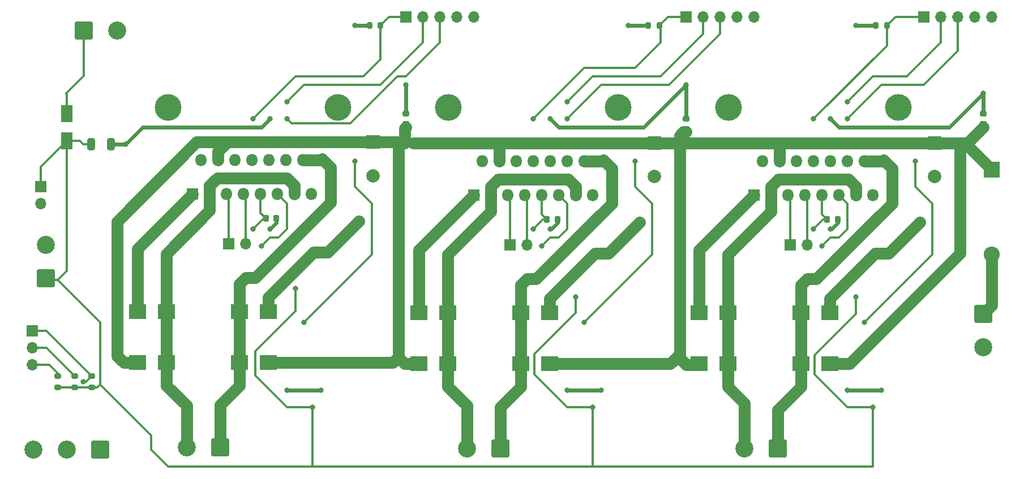
<source format=gbr>
%TF.GenerationSoftware,KiCad,Pcbnew,6.0.2+dfsg-1*%
%TF.CreationDate,2023-11-28T02:04:46+03:00*%
%TF.ProjectId,servodriver,73657276-6f64-4726-9976-65722e6b6963,rev?*%
%TF.SameCoordinates,Original*%
%TF.FileFunction,Copper,L1,Top*%
%TF.FilePolarity,Positive*%
%FSLAX46Y46*%
G04 Gerber Fmt 4.6, Leading zero omitted, Abs format (unit mm)*
G04 Created by KiCad (PCBNEW 6.0.2+dfsg-1) date 2023-11-28 02:04:46*
%MOMM*%
%LPD*%
G01*
G04 APERTURE LIST*
G04 Aperture macros list*
%AMRoundRect*
0 Rectangle with rounded corners*
0 $1 Rounding radius*
0 $2 $3 $4 $5 $6 $7 $8 $9 X,Y pos of 4 corners*
0 Add a 4 corners polygon primitive as box body*
4,1,4,$2,$3,$4,$5,$6,$7,$8,$9,$2,$3,0*
0 Add four circle primitives for the rounded corners*
1,1,$1+$1,$2,$3*
1,1,$1+$1,$4,$5*
1,1,$1+$1,$6,$7*
1,1,$1+$1,$8,$9*
0 Add four rect primitives between the rounded corners*
20,1,$1+$1,$2,$3,$4,$5,0*
20,1,$1+$1,$4,$5,$6,$7,0*
20,1,$1+$1,$6,$7,$8,$9,0*
20,1,$1+$1,$8,$9,$2,$3,0*%
G04 Aperture macros list end*
%TA.AperFunction,ComponentPad*%
%ADD10C,4.000000*%
%TD*%
%TA.AperFunction,SMDPad,CuDef*%
%ADD11RoundRect,0.200000X0.200000X0.275000X-0.200000X0.275000X-0.200000X-0.275000X0.200000X-0.275000X0*%
%TD*%
%TA.AperFunction,ComponentPad*%
%ADD12R,2.000000X2.000000*%
%TD*%
%TA.AperFunction,ComponentPad*%
%ADD13C,2.000000*%
%TD*%
%TA.AperFunction,SMDPad,CuDef*%
%ADD14RoundRect,0.225000X-0.225000X-0.250000X0.225000X-0.250000X0.225000X0.250000X-0.225000X0.250000X0*%
%TD*%
%TA.AperFunction,SMDPad,CuDef*%
%ADD15R,2.500000X2.300000*%
%TD*%
%TA.AperFunction,ComponentPad*%
%ADD16R,1.700000X1.700000*%
%TD*%
%TA.AperFunction,ComponentPad*%
%ADD17O,1.700000X1.700000*%
%TD*%
%TA.AperFunction,ComponentPad*%
%ADD18RoundRect,0.250001X-1.099999X1.099999X-1.099999X-1.099999X1.099999X-1.099999X1.099999X1.099999X0*%
%TD*%
%TA.AperFunction,ComponentPad*%
%ADD19C,2.700000*%
%TD*%
%TA.AperFunction,ComponentPad*%
%ADD20RoundRect,0.250001X-1.099999X-1.099999X1.099999X-1.099999X1.099999X1.099999X-1.099999X1.099999X0*%
%TD*%
%TA.AperFunction,ComponentPad*%
%ADD21R,2.400000X2.400000*%
%TD*%
%TA.AperFunction,ComponentPad*%
%ADD22O,2.400000X2.400000*%
%TD*%
%TA.AperFunction,ComponentPad*%
%ADD23RoundRect,0.250001X1.099999X1.099999X-1.099999X1.099999X-1.099999X-1.099999X1.099999X-1.099999X0*%
%TD*%
%TA.AperFunction,ComponentPad*%
%ADD24R,1.800000X1.800000*%
%TD*%
%TA.AperFunction,ComponentPad*%
%ADD25O,1.800000X1.800000*%
%TD*%
%TA.AperFunction,SMDPad,CuDef*%
%ADD26RoundRect,0.200000X0.275000X-0.200000X0.275000X0.200000X-0.275000X0.200000X-0.275000X-0.200000X0*%
%TD*%
%TA.AperFunction,ComponentPad*%
%ADD27RoundRect,0.250001X1.099999X-1.099999X1.099999X1.099999X-1.099999X1.099999X-1.099999X-1.099999X0*%
%TD*%
%TA.AperFunction,SMDPad,CuDef*%
%ADD28RoundRect,0.250000X-0.325000X-0.650000X0.325000X-0.650000X0.325000X0.650000X-0.325000X0.650000X0*%
%TD*%
%TA.AperFunction,SMDPad,CuDef*%
%ADD29RoundRect,0.225000X0.250000X-0.225000X0.250000X0.225000X-0.250000X0.225000X-0.250000X-0.225000X0*%
%TD*%
%TA.AperFunction,SMDPad,CuDef*%
%ADD30R,1.800000X2.500000*%
%TD*%
%TA.AperFunction,ViaPad*%
%ADD31C,0.800000*%
%TD*%
%TA.AperFunction,Conductor*%
%ADD32C,0.300000*%
%TD*%
%TA.AperFunction,Conductor*%
%ADD33C,0.600000*%
%TD*%
%TA.AperFunction,Conductor*%
%ADD34C,1.800000*%
%TD*%
G04 APERTURE END LIST*
D10*
%TO.P,REF\u002A\u002A,1*%
%TO.N,N/C*%
X210820000Y-55420000D03*
%TO.P,REF\u002A\u002A,2*%
X185420000Y-55420000D03*
%TD*%
%TO.P,REF\u002A\u002A,1*%
%TO.N,N/C*%
X168910000Y-55420000D03*
%TO.P,REF\u002A\u002A,2*%
X143510000Y-55420000D03*
%TD*%
%TO.P,REF\u002A\u002A,1*%
%TO.N,N/C*%
X127000000Y-55420000D03*
%TO.P,REF\u002A\u002A,2*%
X101600000Y-55420000D03*
%TD*%
D11*
%TO.P,R20,1*%
%TO.N,/En2*%
X133350000Y-43155000D03*
%TO.P,R20,2*%
%TO.N,GND*%
X131700000Y-43155000D03*
%TD*%
D12*
%TO.P,C6,1*%
%TO.N,+36V*%
X174274646Y-60800000D03*
D13*
%TO.P,C6,2*%
%TO.N,GND*%
X174274646Y-65800000D03*
%TD*%
D14*
%TO.P,C3,1*%
%TO.N,+5V*%
X158259646Y-72230000D03*
%TO.P,C3,2*%
%TO.N,GND*%
X159809646Y-72230000D03*
%TD*%
D15*
%TO.P,D4,1,K*%
%TO.N,+36V*%
X158644646Y-93820000D03*
%TO.P,D4,2,A*%
%TO.N,/Out1_1*%
X154344646Y-93820000D03*
%TD*%
D16*
%TO.P,J14,1,Pin_1*%
%TO.N,/In3_1*%
X194594646Y-76040000D03*
D17*
%TO.P,J14,2,Pin_2*%
%TO.N,/In3_2*%
X197134646Y-76040000D03*
%TD*%
D16*
%TO.P,J10,1,Pin_1*%
%TO.N,/En3*%
X214630000Y-41910000D03*
D17*
%TO.P,J10,2,Pin_2*%
%TO.N,/In3_1*%
X217170000Y-41910000D03*
%TO.P,J10,3,Pin_3*%
%TO.N,/In3_2*%
X219710000Y-41910000D03*
%TO.P,J10,4,Pin_4*%
%TO.N,GND*%
X222250000Y-41910000D03*
%TO.P,J10,5,Pin_5*%
%TO.N,/Sense3*%
X224790000Y-41910000D03*
%TD*%
D15*
%TO.P,D16,1,K*%
%TO.N,+36V*%
X97051365Y-93679511D03*
%TO.P,D16,2,A*%
%TO.N,/Out2_2*%
X101351365Y-93679511D03*
%TD*%
D18*
%TO.P,J4,1,Pin_1*%
%TO.N,Net-(D1-Pad2)*%
X223520000Y-86360000D03*
D19*
%TO.P,J4,2,Pin_2*%
%TO.N,GND*%
X223520000Y-91360000D03*
%TD*%
D15*
%TO.P,D7,1,K*%
%TO.N,/Out1_2*%
X143404646Y-86200000D03*
%TO.P,D7,2,A*%
%TO.N,/Half-Bridge/SenseGND*%
X139104646Y-86200000D03*
%TD*%
D20*
%TO.P,J5,1,Pin_1*%
%TO.N,Net-(D2-Pad2)*%
X88980000Y-43900000D03*
D19*
%TO.P,J5,2,Pin_2*%
%TO.N,GND*%
X93980000Y-43900000D03*
%TD*%
D16*
%TO.P,J12,1,Pin_1*%
%TO.N,+5V*%
X82550000Y-67310000D03*
D17*
%TO.P,J12,2,Pin_2*%
%TO.N,GND*%
X82550000Y-69850000D03*
%TD*%
D15*
%TO.P,D9,1,K*%
%TO.N,+36V*%
X200554646Y-93820000D03*
%TO.P,D9,2,A*%
%TO.N,/Out3_1*%
X196254646Y-93820000D03*
%TD*%
D16*
%TO.P,J13,1,Pin_1*%
%TO.N,/In1_1*%
X152684646Y-76040000D03*
D17*
%TO.P,J13,2,Pin_2*%
%TO.N,/In1_2*%
X155224646Y-76040000D03*
%TD*%
D15*
%TO.P,D15,1,K*%
%TO.N,/Out2_1*%
X112291365Y-86059511D03*
%TO.P,D15,2,A*%
%TO.N,/Half-Bridge2/SenseGND*%
X116591365Y-86059511D03*
%TD*%
D14*
%TO.P,C15,1*%
%TO.N,+5V*%
X116206365Y-72089511D03*
%TO.P,C15,2*%
%TO.N,GND*%
X117756365Y-72089511D03*
%TD*%
D16*
%TO.P,J7,1,Pin_1*%
%TO.N,/En1*%
X179070000Y-41910000D03*
D17*
%TO.P,J7,2,Pin_2*%
%TO.N,/In1_1*%
X181610000Y-41910000D03*
%TO.P,J7,3,Pin_3*%
%TO.N,/In1_2*%
X184150000Y-41910000D03*
%TO.P,J7,4,Pin_4*%
%TO.N,GND*%
X186690000Y-41910000D03*
%TO.P,J7,5,Pin_5*%
%TO.N,/Sense1*%
X189230000Y-41910000D03*
%TD*%
D16*
%TO.P,J6,1,Pin_1*%
%TO.N,Net-(J6-Pad1)*%
X81280000Y-88900000D03*
D17*
%TO.P,J6,2,Pin_2*%
%TO.N,Net-(J6-Pad2)*%
X81280000Y-91440000D03*
%TO.P,J6,3,Pin_3*%
%TO.N,Net-(J6-Pad3)*%
X81280000Y-93980000D03*
%TD*%
D15*
%TO.P,D17,1,K*%
%TO.N,/Out2_2*%
X101351365Y-86059511D03*
%TO.P,D17,2,A*%
%TO.N,/Half-Bridge2/SenseGND*%
X97051365Y-86059511D03*
%TD*%
%TO.P,D5,1,K*%
%TO.N,/Out1_1*%
X154344646Y-86200000D03*
%TO.P,D5,2,A*%
%TO.N,/Half-Bridge/SenseGND*%
X158644646Y-86200000D03*
%TD*%
D11*
%TO.P,R12,1*%
%TO.N,/En3*%
X209075000Y-43205000D03*
%TO.P,R12,2*%
%TO.N,GND*%
X207425000Y-43205000D03*
%TD*%
D12*
%TO.P,C18,1*%
%TO.N,+36V*%
X132221365Y-60659511D03*
D13*
%TO.P,C18,2*%
%TO.N,GND*%
X132221365Y-65659511D03*
%TD*%
D15*
%TO.P,D14,1,K*%
%TO.N,+36V*%
X116591365Y-93679511D03*
%TO.P,D14,2,A*%
%TO.N,/Out2_1*%
X112291365Y-93679511D03*
%TD*%
D21*
%TO.P,D1,1,K*%
%TO.N,+36V*%
X224790000Y-64770000D03*
D22*
%TO.P,D1,2,A*%
%TO.N,Net-(D1-Pad2)*%
X224790000Y-77470000D03*
%TD*%
D23*
%TO.P,J1,1,Pin_1*%
%TO.N,/Out1_1*%
X151274646Y-106520000D03*
D19*
%TO.P,J1,2,Pin_2*%
%TO.N,/Out1_2*%
X146274646Y-106520000D03*
%TD*%
D23*
%TO.P,J2,1,Pin_1*%
%TO.N,/Out2_1*%
X109361365Y-106379511D03*
D19*
%TO.P,J2,2,Pin_2*%
%TO.N,/Out2_2*%
X104361365Y-106379511D03*
%TD*%
D14*
%TO.P,C9,1*%
%TO.N,+5V*%
X200169646Y-72230000D03*
%TO.P,C9,2*%
%TO.N,GND*%
X201719646Y-72230000D03*
%TD*%
D24*
%TO.P,U2,1,SENSE_A*%
%TO.N,/Half-Bridge1/SenseGND*%
X189230000Y-68580000D03*
D25*
%TO.P,U2,2,OUT1*%
%TO.N,/Out3_1*%
X190500000Y-63500000D03*
%TO.P,U2,3,OUT2*%
%TO.N,/Out3_2*%
X191770000Y-68580000D03*
%TO.P,U2,4,Vs*%
%TO.N,+36V*%
X193040000Y-63500000D03*
%TO.P,U2,5,IN1*%
%TO.N,/In3_1*%
X194310000Y-68580000D03*
%TO.P,U2,6,EnA*%
%TO.N,/En3*%
X195580000Y-63500000D03*
%TO.P,U2,7,IN2*%
%TO.N,/In3_2*%
X196850000Y-68580000D03*
%TO.P,U2,8,GND*%
%TO.N,GND*%
X198120000Y-63500000D03*
%TO.P,U2,9,Vss*%
%TO.N,+5V*%
X199390000Y-68580000D03*
%TO.P,U2,10,IN3*%
%TO.N,/In3_2*%
X200660000Y-63500000D03*
%TO.P,U2,11,EnB*%
%TO.N,/En3*%
X201930000Y-68580000D03*
%TO.P,U2,12,IN4*%
%TO.N,/In3_1*%
X203200000Y-63500000D03*
%TO.P,U2,13,OUT3*%
%TO.N,/Out3_2*%
X204470000Y-68580000D03*
%TO.P,U2,14,OUT4*%
%TO.N,/Out3_1*%
X205740000Y-63500000D03*
%TO.P,U2,15,SENSE_B*%
%TO.N,/Half-Bridge1/SenseGND*%
X207010000Y-68580000D03*
%TD*%
D26*
%TO.P,R1,1*%
%TO.N,+5V*%
X85090000Y-97345000D03*
%TO.P,R1,2*%
%TO.N,Net-(J6-Pad3)*%
X85090000Y-95695000D03*
%TD*%
%TO.P,R3,1*%
%TO.N,+5V*%
X90170000Y-97345000D03*
%TO.P,R3,2*%
%TO.N,Net-(J6-Pad1)*%
X90170000Y-95695000D03*
%TD*%
D16*
%TO.P,J15,1,Pin_1*%
%TO.N,/In2_1*%
X110631365Y-75899511D03*
D17*
%TO.P,J15,2,Pin_2*%
%TO.N,/In2_2*%
X113171365Y-75899511D03*
%TD*%
D24*
%TO.P,U1,1,SENSE_A*%
%TO.N,/Half-Bridge/SenseGND*%
X147320000Y-68580000D03*
D25*
%TO.P,U1,2,OUT1*%
%TO.N,/Out1_1*%
X148590000Y-63500000D03*
%TO.P,U1,3,OUT2*%
%TO.N,/Out1_2*%
X149860000Y-68580000D03*
%TO.P,U1,4,Vs*%
%TO.N,+36V*%
X151130000Y-63500000D03*
%TO.P,U1,5,IN1*%
%TO.N,/In1_1*%
X152400000Y-68580000D03*
%TO.P,U1,6,EnA*%
%TO.N,/En1*%
X153670000Y-63500000D03*
%TO.P,U1,7,IN2*%
%TO.N,/In1_2*%
X154940000Y-68580000D03*
%TO.P,U1,8,GND*%
%TO.N,GND*%
X156210000Y-63500000D03*
%TO.P,U1,9,Vss*%
%TO.N,+5V*%
X157480000Y-68580000D03*
%TO.P,U1,10,IN3*%
%TO.N,/In1_2*%
X158750000Y-63500000D03*
%TO.P,U1,11,EnB*%
%TO.N,/En1*%
X160020000Y-68580000D03*
%TO.P,U1,12,IN4*%
%TO.N,/In1_1*%
X161290000Y-63500000D03*
%TO.P,U1,13,OUT3*%
%TO.N,/Out1_2*%
X162560000Y-68580000D03*
%TO.P,U1,14,OUT4*%
%TO.N,/Out1_1*%
X163830000Y-63500000D03*
%TO.P,U1,15,SENSE_B*%
%TO.N,/Half-Bridge/SenseGND*%
X165100000Y-68580000D03*
%TD*%
D27*
%TO.P,J11,1,Pin_1*%
%TO.N,+5V*%
X83270000Y-81017500D03*
D19*
%TO.P,J11,2,Pin_2*%
%TO.N,GND*%
X83270000Y-76017500D03*
%TD*%
D15*
%TO.P,D12,1,K*%
%TO.N,/Out3_2*%
X185314646Y-86200000D03*
%TO.P,D12,2,A*%
%TO.N,/Half-Bridge1/SenseGND*%
X181014646Y-86200000D03*
%TD*%
%TO.P,D10,1,K*%
%TO.N,/Out3_1*%
X196254646Y-86200000D03*
%TO.P,D10,2,A*%
%TO.N,/Half-Bridge1/SenseGND*%
X200554646Y-86200000D03*
%TD*%
D16*
%TO.P,J9,1,Pin_1*%
%TO.N,/En2*%
X137190000Y-41885000D03*
D17*
%TO.P,J9,2,Pin_2*%
%TO.N,/In2_1*%
X139730000Y-41885000D03*
%TO.P,J9,3,Pin_3*%
%TO.N,/In2_2*%
X142270000Y-41885000D03*
%TO.P,J9,4,Pin_4*%
%TO.N,GND*%
X144810000Y-41885000D03*
%TO.P,J9,5,Pin_5*%
%TO.N,/Sense2*%
X147350000Y-41885000D03*
%TD*%
D24*
%TO.P,U3,1,SENSE_A*%
%TO.N,/Half-Bridge2/SenseGND*%
X105266719Y-68439511D03*
D25*
%TO.P,U3,2,OUT1*%
%TO.N,/Out2_1*%
X106536719Y-63359511D03*
%TO.P,U3,3,OUT2*%
%TO.N,/Out2_2*%
X107806719Y-68439511D03*
%TO.P,U3,4,Vs*%
%TO.N,+36V*%
X109076719Y-63359511D03*
%TO.P,U3,5,IN1*%
%TO.N,/In2_1*%
X110346719Y-68439511D03*
%TO.P,U3,6,EnA*%
%TO.N,/En2*%
X111616719Y-63359511D03*
%TO.P,U3,7,IN2*%
%TO.N,/In2_2*%
X112886719Y-68439511D03*
%TO.P,U3,8,GND*%
%TO.N,GND*%
X114156719Y-63359511D03*
%TO.P,U3,9,Vss*%
%TO.N,+5V*%
X115426719Y-68439511D03*
%TO.P,U3,10,IN3*%
%TO.N,/In2_2*%
X116696719Y-63359511D03*
%TO.P,U3,11,EnB*%
%TO.N,/En2*%
X117966719Y-68439511D03*
%TO.P,U3,12,IN4*%
%TO.N,/In2_1*%
X119236719Y-63359511D03*
%TO.P,U3,13,OUT3*%
%TO.N,/Out2_2*%
X120506719Y-68439511D03*
%TO.P,U3,14,OUT4*%
%TO.N,/Out2_1*%
X121776719Y-63359511D03*
%TO.P,U3,15,SENSE_B*%
%TO.N,/Half-Bridge2/SenseGND*%
X123046719Y-68439511D03*
%TD*%
D28*
%TO.P,C1,1*%
%TO.N,+5V*%
X90045000Y-60960000D03*
%TO.P,C1,2*%
%TO.N,GND*%
X92995000Y-60960000D03*
%TD*%
D11*
%TO.P,R4,1*%
%TO.N,/En1*%
X175037500Y-43180000D03*
%TO.P,R4,2*%
%TO.N,GND*%
X173387500Y-43180000D03*
%TD*%
D29*
%TO.P,C17,1*%
%TO.N,+36V*%
X137160000Y-57925000D03*
%TO.P,C17,2*%
%TO.N,GND*%
X137160000Y-56375000D03*
%TD*%
%TO.P,C5,1*%
%TO.N,+36V*%
X179070000Y-58700000D03*
%TO.P,C5,2*%
%TO.N,GND*%
X179070000Y-57150000D03*
%TD*%
D23*
%TO.P,J3,1,Pin_1*%
%TO.N,/Out3_1*%
X192784646Y-106520000D03*
D19*
%TO.P,J3,2,Pin_2*%
%TO.N,/Out3_2*%
X187784646Y-106520000D03*
%TD*%
D23*
%TO.P,J8,1,Pin_1*%
%TO.N,Net-(J6-Pad1)*%
X91440000Y-106680000D03*
D19*
%TO.P,J8,2,Pin_2*%
%TO.N,Net-(J6-Pad2)*%
X86440000Y-106680000D03*
%TO.P,J8,3,Pin_3*%
%TO.N,Net-(J6-Pad3)*%
X81440000Y-106680000D03*
%TD*%
D12*
%TO.P,C12,1*%
%TO.N,+36V*%
X216184646Y-60800000D03*
D13*
%TO.P,C12,2*%
%TO.N,GND*%
X216184646Y-65800000D03*
%TD*%
D29*
%TO.P,C11,1*%
%TO.N,+36V*%
X223520000Y-57925000D03*
%TO.P,C11,2*%
%TO.N,GND*%
X223520000Y-56375000D03*
%TD*%
D15*
%TO.P,D11,1,K*%
%TO.N,+36V*%
X181014646Y-93820000D03*
%TO.P,D11,2,A*%
%TO.N,/Out3_2*%
X185314646Y-93820000D03*
%TD*%
D26*
%TO.P,R2,1*%
%TO.N,+5V*%
X87630000Y-97345000D03*
%TO.P,R2,2*%
%TO.N,Net-(J6-Pad2)*%
X87630000Y-95695000D03*
%TD*%
D30*
%TO.P,D2,1,K*%
%TO.N,+5V*%
X86440000Y-60420000D03*
%TO.P,D2,2,A*%
%TO.N,Net-(D2-Pad2)*%
X86440000Y-56420000D03*
%TD*%
D15*
%TO.P,D6,1,K*%
%TO.N,+36V*%
X139104646Y-93820000D03*
%TO.P,D6,2,A*%
%TO.N,/Out1_2*%
X143404646Y-93820000D03*
%TD*%
D31*
%TO.N,+5V*%
X123190000Y-100330000D03*
X156210000Y-73660000D03*
X162560000Y-83820000D03*
X204470000Y-83820000D03*
X114300000Y-73660000D03*
X207010000Y-100330000D03*
X198120000Y-73660000D03*
X120650000Y-82550000D03*
X165100000Y-100330000D03*
%TO.N,GND*%
X179070000Y-52070000D03*
X116840000Y-57150000D03*
X95250000Y-60960000D03*
X170402500Y-43180000D03*
X166370000Y-97790000D03*
X119380000Y-97790000D03*
X223520000Y-53340000D03*
X124460000Y-97790000D03*
X208280000Y-97790000D03*
X137160000Y-52070000D03*
X158753298Y-73674667D03*
X158750000Y-57150000D03*
X161290000Y-97790000D03*
X200663298Y-73674667D03*
X203200000Y-97790000D03*
X200660000Y-57150000D03*
X204440000Y-43205000D03*
X129540000Y-43155000D03*
X116840000Y-73660000D03*
%TO.N,/In1_1*%
X161290000Y-54610000D03*
%TO.N,/In1_2*%
X161290000Y-57150000D03*
%TO.N,/En1*%
X156210000Y-57150000D03*
X157480000Y-76200000D03*
%TO.N,/In2_1*%
X119380000Y-54610000D03*
%TO.N,/In2_2*%
X119380000Y-57150000D03*
%TO.N,/En2*%
X114300000Y-57150000D03*
X115570000Y-76200000D03*
%TO.N,/In3_1*%
X203200000Y-54610000D03*
%TO.N,/In3_2*%
X203200000Y-57150000D03*
%TO.N,/En3*%
X198120000Y-57150000D03*
X199390000Y-76200000D03*
%TO.N,/Sense1*%
X171450000Y-63500000D03*
X163830000Y-87630000D03*
%TO.N,/Half-Bridge/SenseGND*%
X172157146Y-72652500D03*
%TO.N,/Sense3*%
X205740000Y-87630000D03*
X213360000Y-63500000D03*
%TO.N,/Half-Bridge1/SenseGND*%
X214067146Y-72652500D03*
%TO.N,/Sense2*%
X121920000Y-87630000D03*
X129540000Y-63500000D03*
%TO.N,/Half-Bridge2/SenseGND*%
X130103865Y-72512011D03*
%TO.N,Net-(J6-Pad1)*%
X88900000Y-96520000D03*
%TD*%
D32*
%TO.N,/In3_1*%
X212090000Y-50800000D02*
X207010000Y-50800000D01*
X207010000Y-50800000D02*
X203200000Y-54610000D01*
%TO.N,+5V*%
X115870489Y-72089511D02*
X114300000Y-73660000D01*
X83532500Y-81280000D02*
X83270000Y-81017500D01*
X82550000Y-64310000D02*
X86440000Y-60420000D01*
X198120000Y-73660000D02*
X199550000Y-72230000D01*
X99060000Y-104520000D02*
X99060000Y-106680000D01*
X115426719Y-71309865D02*
X116206365Y-72089511D01*
X203200000Y-100330000D02*
X198254157Y-95384157D01*
X91440000Y-87630000D02*
X91440000Y-96900000D01*
X114591854Y-91958044D02*
X114591854Y-95579022D01*
X115426719Y-68439511D02*
X115426719Y-71309865D01*
X114591854Y-95579022D02*
X119342832Y-100330000D01*
X123190000Y-100330000D02*
X123190000Y-109220000D01*
X119342832Y-100330000D02*
X123190000Y-100330000D01*
X120650000Y-82550000D02*
X120650000Y-85899898D01*
X162560000Y-86183668D02*
X156344157Y-92399511D01*
X207010000Y-100330000D02*
X203200000Y-100330000D01*
X157480000Y-68580000D02*
X157480000Y-71450354D01*
X99060000Y-106680000D02*
X101600000Y-109220000D01*
X88900000Y-60960000D02*
X90045000Y-60960000D01*
X156210000Y-73660000D02*
X157640000Y-72230000D01*
X101600000Y-109220000D02*
X165100000Y-109220000D01*
X116206365Y-72089511D02*
X115870489Y-72089511D01*
X162560000Y-83820000D02*
X162560000Y-86183668D01*
X157480000Y-71450354D02*
X158259646Y-72230000D01*
X199550000Y-72230000D02*
X200169646Y-72230000D01*
X165100000Y-109220000D02*
X165100000Y-100330000D01*
X87630000Y-97345000D02*
X90170000Y-97345000D01*
X198254157Y-95384157D02*
X198254157Y-92575843D01*
X165100000Y-109220000D02*
X207010000Y-109220000D01*
X198254157Y-92575843D02*
X204470000Y-86360000D01*
X157640000Y-72230000D02*
X158259646Y-72230000D01*
X204470000Y-86360000D02*
X204470000Y-83820000D01*
X88360000Y-60420000D02*
X88900000Y-60960000D01*
X91440000Y-96900000D02*
X90995000Y-97345000D01*
X82550000Y-67310000D02*
X82550000Y-64310000D01*
X86440000Y-60420000D02*
X86440000Y-79930000D01*
X120650000Y-85899898D02*
X114591854Y-91958044D01*
X91440000Y-96900000D02*
X99060000Y-104520000D01*
X199390000Y-68580000D02*
X199390000Y-71450354D01*
X90170000Y-97345000D02*
X90995000Y-97345000D01*
X85090000Y-81280000D02*
X83532500Y-81280000D01*
X86440000Y-79930000D02*
X85090000Y-81280000D01*
X161290000Y-100330000D02*
X165100000Y-100330000D01*
X86440000Y-60420000D02*
X88360000Y-60420000D01*
X85090000Y-81280000D02*
X91440000Y-87630000D01*
X156344157Y-92399511D02*
X156344157Y-95384157D01*
X156344157Y-95384157D02*
X161290000Y-100330000D01*
X207010000Y-100330000D02*
X207010000Y-109220000D01*
X85090000Y-97345000D02*
X87630000Y-97345000D01*
X199390000Y-71450354D02*
X200169646Y-72230000D01*
D33*
%TO.N,GND*%
X201959511Y-58449511D02*
X218410489Y-58449511D01*
X159809646Y-72745311D02*
X159809646Y-72230000D01*
X117756365Y-72743635D02*
X117756365Y-72089511D01*
X97760489Y-58449511D02*
X95250000Y-60960000D01*
X160049511Y-58449511D02*
X172690489Y-58449511D01*
X172690489Y-58449511D02*
X179070000Y-52070000D01*
X158880290Y-73674667D02*
X159809646Y-72745311D01*
X115540489Y-58449511D02*
X97760489Y-58449511D01*
X200660000Y-57150000D02*
X201959511Y-58449511D01*
X207425000Y-43205000D02*
X204440000Y-43205000D01*
X95250000Y-60960000D02*
X92995000Y-60960000D01*
X161290000Y-97790000D02*
X166370000Y-97790000D01*
X200663298Y-73674667D02*
X200790290Y-73674667D01*
X116840000Y-73660000D02*
X117756365Y-72743635D01*
X170402500Y-43180000D02*
X173387500Y-43180000D01*
X158753298Y-73674667D02*
X158880290Y-73674667D01*
X158750000Y-57150000D02*
X160049511Y-58449511D01*
X179070000Y-52070000D02*
X179070000Y-57150000D01*
X129540000Y-43155000D02*
X131700000Y-43155000D01*
X200790290Y-73674667D02*
X201719646Y-72745311D01*
X223520000Y-56375000D02*
X223520000Y-53340000D01*
X201719646Y-72745311D02*
X201719646Y-72230000D01*
X116840000Y-57150000D02*
X115540489Y-58449511D01*
X137160000Y-56375000D02*
X137160000Y-52070000D01*
X203200000Y-97790000D02*
X208280000Y-97790000D01*
X119380000Y-97790000D02*
X124460000Y-97790000D01*
X218410489Y-58449511D02*
X223520000Y-53340000D01*
D34*
%TO.N,+36V*%
X126699511Y-60659511D02*
X132221365Y-60659511D01*
X116591365Y-93679511D02*
X135203219Y-93679511D01*
X136171854Y-60800000D02*
X137000000Y-60800000D01*
X176690000Y-93820000D02*
X178084646Y-92425354D01*
X105843297Y-60659511D02*
X110503927Y-60659511D01*
X219994646Y-60800000D02*
X220820000Y-60800000D01*
X94949511Y-93679511D02*
X93980000Y-92710000D01*
X193040000Y-63500000D02*
X193040000Y-60960000D01*
X178084646Y-60800000D02*
X193200000Y-60800000D01*
X138270000Y-60800000D02*
X150970000Y-60800000D01*
X174274646Y-60800000D02*
X178084646Y-60800000D01*
X193200000Y-60800000D02*
X210660000Y-60800000D01*
X178084646Y-92994646D02*
X179070000Y-93980000D01*
X136031365Y-92851365D02*
X137000000Y-93820000D01*
X151130000Y-63500000D02*
X151130000Y-60960000D01*
X178084646Y-60800000D02*
X178084646Y-92425354D01*
X181014646Y-93820000D02*
X180180000Y-93820000D01*
X178084646Y-59685354D02*
X178670480Y-59099520D01*
X137000000Y-58580000D02*
X137160000Y-58420000D01*
X135203219Y-93679511D02*
X136031365Y-92851365D01*
X216184646Y-60800000D02*
X219994646Y-60800000D01*
X93980000Y-72522808D02*
X105843297Y-60659511D01*
X180854646Y-93980000D02*
X181014646Y-93820000D01*
X220820000Y-60800000D02*
X221140000Y-60800000D01*
X200554646Y-93820000D02*
X203484646Y-93820000D01*
X178084646Y-92425354D02*
X178084646Y-92994646D01*
X151130000Y-60960000D02*
X150970000Y-60800000D01*
X221140000Y-60800000D02*
X223520000Y-58420000D01*
X220820000Y-60800000D02*
X224790000Y-64770000D01*
X203484646Y-93820000D02*
X219994646Y-77310000D01*
X137000000Y-93820000D02*
X139104646Y-93820000D01*
X93980000Y-92710000D02*
X93980000Y-72522808D01*
X179070000Y-93980000D02*
X180854646Y-93980000D01*
X210660000Y-60800000D02*
X216184646Y-60800000D01*
X136031365Y-60659511D02*
X136031365Y-92851365D01*
X97051365Y-93679511D02*
X94949511Y-93679511D01*
X168750000Y-60800000D02*
X174274646Y-60800000D01*
X158644646Y-93820000D02*
X176690000Y-93820000D01*
X136031365Y-60659511D02*
X136171854Y-60800000D01*
X150970000Y-60800000D02*
X168750000Y-60800000D01*
X110503927Y-60659511D02*
X126699511Y-60659511D01*
X219994646Y-77310000D02*
X219994646Y-60800000D01*
X137000000Y-60800000D02*
X137000000Y-58580000D01*
X193040000Y-60960000D02*
X193200000Y-60800000D01*
X178084646Y-60800000D02*
X178084646Y-59685354D01*
X178670480Y-59099520D02*
X179070000Y-59099520D01*
X109076719Y-62086719D02*
X110503927Y-60659511D01*
X132221365Y-60659511D02*
X136031365Y-60659511D01*
X109076719Y-63359511D02*
X109076719Y-62086719D01*
%TO.N,Net-(D1-Pad2)*%
X224790000Y-77470000D02*
X224790000Y-85090000D01*
X224790000Y-85090000D02*
X223520000Y-86360000D01*
D32*
%TO.N,Net-(D2-Pad2)*%
X86360000Y-53340000D02*
X88980000Y-50720000D01*
X86440000Y-56420000D02*
X86440000Y-53420000D01*
X88980000Y-50720000D02*
X88980000Y-43900000D01*
X86440000Y-53420000D02*
X86360000Y-53340000D01*
D34*
%TO.N,/Out1_1*%
X167924646Y-64610000D02*
X166654646Y-63340000D01*
X154344646Y-97240000D02*
X154344646Y-93820000D01*
X156640961Y-81120000D02*
X167924646Y-69836315D01*
X167924646Y-69836315D02*
X167924646Y-64610000D01*
X154344646Y-93820000D02*
X154344646Y-86200000D01*
X166654646Y-63340000D02*
X166494646Y-63500000D01*
X151274646Y-100310000D02*
X154344646Y-97240000D01*
X166494646Y-63500000D02*
X163830000Y-63500000D01*
X154344646Y-82000000D02*
X155224646Y-81120000D01*
X151274646Y-106520000D02*
X151274646Y-100310000D01*
X155224646Y-81120000D02*
X156640961Y-81120000D01*
X154344646Y-86200000D02*
X154344646Y-82000000D01*
%TO.N,/Out1_2*%
X143404646Y-86200000D02*
X143404646Y-77496332D01*
X149860000Y-71040978D02*
X149860000Y-68580000D01*
X146274646Y-106520000D02*
X146274646Y-100110000D01*
X162560000Y-67307208D02*
X162560000Y-68580000D01*
X143404646Y-93820000D02*
X143404646Y-86200000D01*
X150986719Y-66180489D02*
X161433281Y-66180489D01*
X149860000Y-68580000D02*
X149860000Y-67307208D01*
X143404646Y-97240000D02*
X143404646Y-93820000D01*
X143404646Y-77496332D02*
X149860000Y-71040978D01*
X149860000Y-67307208D02*
X150986719Y-66180489D01*
X161433281Y-66180489D02*
X162560000Y-67307208D01*
X146274646Y-100110000D02*
X143404646Y-97240000D01*
%TO.N,/Out3_1*%
X196254646Y-86200000D02*
X196254646Y-82000000D01*
X198550961Y-81120000D02*
X209834646Y-69836315D01*
X196254646Y-93820000D02*
X196254646Y-86200000D01*
X208564646Y-63340000D02*
X208404646Y-63500000D01*
X197134646Y-81120000D02*
X198550961Y-81120000D01*
X196254646Y-97240000D02*
X196254646Y-93820000D01*
X192784646Y-106520000D02*
X192784646Y-100710000D01*
X196254646Y-82000000D02*
X197134646Y-81120000D01*
X209834646Y-64610000D02*
X208564646Y-63340000D01*
X209834646Y-69836315D02*
X209834646Y-64610000D01*
X208404646Y-63500000D02*
X205740000Y-63500000D01*
X192784646Y-100710000D02*
X196254646Y-97240000D01*
%TO.N,/Out3_2*%
X191770000Y-67307208D02*
X192896719Y-66180489D01*
X204470000Y-67307208D02*
X204470000Y-68580000D01*
X185314646Y-86200000D02*
X185314646Y-77496332D01*
X185314646Y-97240000D02*
X185314646Y-93820000D01*
X192896719Y-66180489D02*
X203343281Y-66180489D01*
X203343281Y-66180489D02*
X204470000Y-67307208D01*
X185314646Y-77496332D02*
X191770000Y-71040978D01*
X191770000Y-71040978D02*
X191770000Y-68580000D01*
X185314646Y-93820000D02*
X185314646Y-86200000D01*
X187784646Y-99710000D02*
X185314646Y-97240000D01*
X187784646Y-106520000D02*
X187784646Y-99710000D01*
X191770000Y-68580000D02*
X191770000Y-67307208D01*
%TO.N,/Out2_1*%
X109361365Y-100029511D02*
X112291365Y-97099511D01*
X112291365Y-97099511D02*
X112291365Y-93679511D01*
X112291365Y-93679511D02*
X112291365Y-86059511D01*
X124441365Y-63359511D02*
X121776719Y-63359511D01*
X112291365Y-81859511D02*
X113171365Y-80979511D01*
X112291365Y-86059511D02*
X112291365Y-81859511D01*
X114587680Y-80979511D02*
X125871365Y-69695826D01*
X125871365Y-69695826D02*
X125871365Y-64469511D01*
X109361365Y-106379511D02*
X109361365Y-100029511D01*
X113171365Y-80979511D02*
X114587680Y-80979511D01*
X124601365Y-63199511D02*
X124441365Y-63359511D01*
X125871365Y-64469511D02*
X124601365Y-63199511D01*
%TO.N,/Out2_2*%
X101351365Y-93679511D02*
X101351365Y-86059511D01*
X101351365Y-86059511D02*
X101351365Y-77355843D01*
X108933438Y-66040000D02*
X119380000Y-66040000D01*
X107806719Y-68439511D02*
X107806719Y-67166719D01*
X107806719Y-67166719D02*
X108933438Y-66040000D01*
X120506719Y-67166719D02*
X120506719Y-68439511D01*
X101351365Y-97099511D02*
X101351365Y-93679511D01*
X101351365Y-77355843D02*
X107806719Y-70900489D01*
X119380000Y-66040000D02*
X120506719Y-67166719D01*
X107806719Y-70900489D02*
X107806719Y-68439511D01*
X104361365Y-100109511D02*
X101351365Y-97099511D01*
X104361365Y-106379511D02*
X104361365Y-100109511D01*
D32*
%TO.N,/In1_1*%
X181610000Y-44450000D02*
X181610000Y-41910000D01*
X152684646Y-76040000D02*
X152684646Y-68864646D01*
X152684646Y-68864646D02*
X152400000Y-68580000D01*
X165100000Y-50800000D02*
X175260000Y-50800000D01*
X175260000Y-50800000D02*
X181610000Y-44450000D01*
X161290000Y-54610000D02*
X165100000Y-50800000D01*
%TO.N,/In1_2*%
X155224646Y-68864646D02*
X154940000Y-68580000D01*
X166370000Y-52070000D02*
X176530000Y-52070000D01*
X155224646Y-76040000D02*
X155224646Y-68864646D01*
X161290000Y-57150000D02*
X166370000Y-52070000D01*
X176530000Y-52070000D02*
X184150000Y-44450000D01*
X184150000Y-44450000D02*
X184150000Y-41910000D01*
%TO.N,/En1*%
X160020000Y-74930000D02*
X158750000Y-74930000D01*
X175260000Y-43402500D02*
X175037500Y-43180000D01*
X160020000Y-68580000D02*
X161290000Y-69850000D01*
X171450000Y-49530000D02*
X175260000Y-45720000D01*
X163830000Y-49530000D02*
X171450000Y-49530000D01*
X156210000Y-57150000D02*
X163830000Y-49530000D01*
X158750000Y-74930000D02*
X157480000Y-76200000D01*
X161290000Y-69850000D02*
X161290000Y-73660000D01*
X175260000Y-45720000D02*
X175260000Y-43402500D01*
X179070000Y-41910000D02*
X176307500Y-41910000D01*
X161290000Y-73660000D02*
X160020000Y-74930000D01*
X175037500Y-43180000D02*
X176307500Y-41910000D01*
%TO.N,/In2_1*%
X133380000Y-52070000D02*
X139730000Y-45720000D01*
X121920000Y-52070000D02*
X133380000Y-52070000D01*
X110631365Y-68724157D02*
X110346719Y-68439511D01*
X110631365Y-75899511D02*
X110631365Y-68724157D01*
X139730000Y-45720000D02*
X139730000Y-41885000D01*
X119380000Y-54610000D02*
X121920000Y-52070000D01*
%TO.N,/In2_2*%
X120049511Y-57819511D02*
X128870489Y-57819511D01*
X119380000Y-57150000D02*
X120049511Y-57819511D01*
X128870489Y-57819511D02*
X135890000Y-50800000D01*
X113171365Y-68724157D02*
X112886719Y-68439511D01*
X113171365Y-75899511D02*
X113171365Y-68724157D01*
X142270000Y-45720000D02*
X142270000Y-41885000D01*
X137190000Y-50800000D02*
X142270000Y-45720000D01*
X135890000Y-50800000D02*
X137190000Y-50800000D01*
%TO.N,/En2*%
X133350000Y-44425000D02*
X133350000Y-43155000D01*
X116840000Y-74930000D02*
X118110000Y-74930000D01*
X119380000Y-69852792D02*
X117966719Y-68439511D01*
X134620000Y-41885000D02*
X137190000Y-41885000D01*
X115570000Y-76200000D02*
X116840000Y-74930000D01*
X127000000Y-50800000D02*
X130810000Y-50800000D01*
X118110000Y-53340000D02*
X120650000Y-50800000D01*
X133350000Y-48260000D02*
X133350000Y-44450000D01*
X114300000Y-57150000D02*
X118110000Y-53340000D01*
X119380000Y-73660000D02*
X119380000Y-69852792D01*
X118110000Y-74930000D02*
X119380000Y-73660000D01*
X130810000Y-50800000D02*
X133350000Y-48260000D01*
X133350000Y-43155000D02*
X134620000Y-41885000D01*
X120650000Y-50800000D02*
X127000000Y-50800000D01*
%TO.N,/In3_1*%
X217170000Y-45720000D02*
X217170000Y-41910000D01*
X212090000Y-50800000D02*
X217170000Y-45720000D01*
X194594646Y-68864646D02*
X194310000Y-68580000D01*
X194594646Y-76040000D02*
X194594646Y-68864646D01*
%TO.N,/In3_2*%
X203200000Y-57150000D02*
X208280000Y-52070000D01*
X214630000Y-52070000D02*
X219710000Y-46990000D01*
X197134646Y-76040000D02*
X197134646Y-68864646D01*
X208280000Y-52070000D02*
X214630000Y-52070000D01*
X197134646Y-68864646D02*
X196850000Y-68580000D01*
X219710000Y-46990000D02*
X219710000Y-41910000D01*
%TO.N,/En3*%
X200660000Y-74930000D02*
X201930000Y-74930000D01*
X210370000Y-41910000D02*
X214630000Y-41910000D01*
X199390000Y-76200000D02*
X200660000Y-74930000D01*
X201930000Y-74930000D02*
X203200000Y-73660000D01*
X203200000Y-69850000D02*
X201930000Y-68580000D01*
X209075000Y-46195000D02*
X209075000Y-43205000D01*
X198120000Y-57150000D02*
X209075000Y-46195000D01*
X203200000Y-73660000D02*
X203200000Y-69850000D01*
X209075000Y-43205000D02*
X210370000Y-41910000D01*
%TO.N,/Sense1*%
X173990000Y-69850000D02*
X171450000Y-67310000D01*
X163830000Y-87630000D02*
X173990000Y-77470000D01*
X171450000Y-67310000D02*
X171450000Y-63500000D01*
X173990000Y-77470000D02*
X173990000Y-69850000D01*
D34*
%TO.N,/Half-Bridge/SenseGND*%
X167499646Y-77310000D02*
X172157146Y-72652500D01*
X158644646Y-84050000D02*
X165384646Y-77310000D01*
X165384646Y-77310000D02*
X167499646Y-77310000D01*
X139104646Y-76795354D02*
X147320000Y-68580000D01*
X158644646Y-86200000D02*
X158644646Y-84050000D01*
X139104646Y-86200000D02*
X139104646Y-76795354D01*
D32*
%TO.N,/Sense3*%
X215900000Y-69850000D02*
X213360000Y-67310000D01*
X213360000Y-67310000D02*
X213360000Y-63500000D01*
X205740000Y-87630000D02*
X215900000Y-77470000D01*
X215900000Y-77470000D02*
X215900000Y-69850000D01*
D34*
%TO.N,/Half-Bridge1/SenseGND*%
X209409646Y-77310000D02*
X214067146Y-72652500D01*
X200554646Y-84050000D02*
X207294646Y-77310000D01*
X181014646Y-76795354D02*
X189230000Y-68580000D01*
X200554646Y-86200000D02*
X200554646Y-84050000D01*
X207294646Y-77310000D02*
X209409646Y-77310000D01*
X181014646Y-86200000D02*
X181014646Y-76795354D01*
D32*
%TO.N,/Sense2*%
X129540000Y-63500000D02*
X129540000Y-67310000D01*
X132080000Y-77470000D02*
X121920000Y-87630000D01*
X129540000Y-67310000D02*
X130810000Y-68580000D01*
X132080000Y-69850000D02*
X132080000Y-77470000D01*
X130810000Y-68580000D02*
X132080000Y-69850000D01*
D34*
%TO.N,/Half-Bridge2/SenseGND*%
X97051365Y-86059511D02*
X97051365Y-76654865D01*
X116591365Y-83909511D02*
X123331365Y-77169511D01*
X125446365Y-77169511D02*
X130103865Y-72512011D01*
X123331365Y-77169511D02*
X125446365Y-77169511D01*
X116591365Y-86059511D02*
X116591365Y-83909511D01*
X97051365Y-76654865D02*
X105266719Y-68439511D01*
D32*
%TO.N,Net-(J6-Pad1)*%
X83375000Y-88900000D02*
X90170000Y-95695000D01*
X81280000Y-88900000D02*
X83375000Y-88900000D01*
X88900000Y-96520000D02*
X89345000Y-96520000D01*
X89345000Y-96520000D02*
X90170000Y-95695000D01*
%TO.N,Net-(J6-Pad2)*%
X83375000Y-91440000D02*
X81280000Y-91440000D01*
X87630000Y-95695000D02*
X83375000Y-91440000D01*
%TO.N,Net-(J6-Pad3)*%
X81280000Y-93980000D02*
X83820000Y-93980000D01*
X83820000Y-93980000D02*
X85090000Y-95250000D01*
X85090000Y-95250000D02*
X85090000Y-95695000D01*
%TD*%
M02*

</source>
